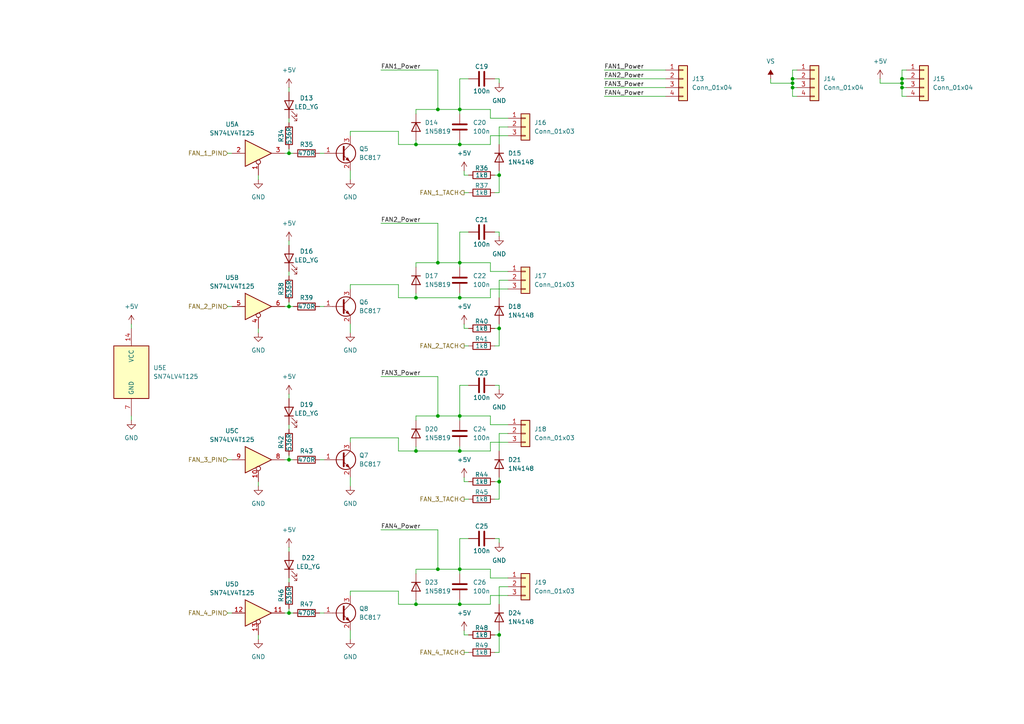
<source format=kicad_sch>
(kicad_sch (version 20250114) (generator "eeschema") (generator_version "9.0")
  (paper "A4")
  (title_block (title "Scorpion max V1") (rev "V1"))
  (lib_symbols
    (symbol "74xx:SN74LV4T125" (pin_names (offset 1.016))
      (property "Reference" "U" (at 0 1.27 0))
      (property "Value" "SN74LV4T125" (at 0 -1.27 0))
      (symbol "SN74LV4T125_1_0"
        (polyline (pts (xy -3.81 3.81) (xy -3.81 -3.81) (xy 3.81 0) (xy -3.81 3.81)) (stroke (width 0.254)) (fill (type background)))
        (pin input line (at -7.62 0 0) (length 3.81) (name "~") (number "2"))
        (pin input inverted (at 0 -6.35 90) (length 4.445) (name "~") (number "1"))
        (pin tri_state line (at 7.62 0 180) (length 3.81) (name "~") (number "3"))
      )
      (symbol "SN74LV4T125_2_0"
        (polyline (pts (xy -3.81 3.81) (xy -3.81 -3.81) (xy 3.81 0) (xy -3.81 3.81)) (stroke (width 0.254)) (fill (type background)))
        (pin input line (at -7.62 0 0) (length 3.81) (name "~") (number "5"))
        (pin input inverted (at 0 -6.35 90) (length 4.445) (name "~") (number "4"))
        (pin tri_state line (at 7.62 0 180) (length 3.81) (name "~") (number "6"))
      )
      (symbol "SN74LV4T125_3_0"
        (polyline (pts (xy -3.81 3.81) (xy -3.81 -3.81) (xy 3.81 0) (xy -3.81 3.81)) (stroke (width 0.254)) (fill (type background)))
        (pin input line (at -7.62 0 0) (length 3.81) (name "~") (number "9"))
        (pin input inverted (at 0 -6.35 90) (length 4.445) (name "~") (number "10"))
        (pin tri_state line (at 7.62 0 180) (length 3.81) (name "~") (number "8"))
      )
      (symbol "SN74LV4T125_4_0"
        (polyline (pts (xy -3.81 3.81) (xy -3.81 -3.81) (xy 3.81 0) (xy -3.81 3.81)) (stroke (width 0.254)) (fill (type background)))
        (pin input line (at -7.62 0 0) (length 3.81) (name "~") (number "12"))
        (pin input inverted (at 0 -6.35 90) (length 4.445) (name "~") (number "13"))
        (pin tri_state line (at 7.62 0 180) (length 3.81) (name "~") (number "11"))
      )
      (symbol "SN74LV4T125_5_0"
        (pin power_in line (at 0 12.7 270) (length 5.08) (name "VCC") (number "14"))
        (pin power_in line (at 0 -12.7 90) (length 5.08) (name "GND") (number "7"))
      )
      (symbol "SN74LV4T125_5_1"
        (rectangle (start -5.08 7.62) (end 5.08 -7.62) (stroke (width 0.254)) (fill (type background)))
      )
    )
    (symbol "Connector_Generic:Conn_01x03" (pin_names (offset 1.016) (hide yes))
      (property "Reference" "J" (at 0 5.08 0))
      (property "Value" "Conn_01x03" (at 0 -5.08 0))
      (symbol "Conn_01x03_1_1"
        (rectangle (start -1.27 3.81) (end 1.27 -3.81) (stroke (width 0.254)) (fill (type background)))
        (rectangle (start -1.27 2.667) (end 0 2.413) (stroke (width 0.1524)))
        (rectangle (start -1.27 0.127) (end 0 -0.127) (stroke (width 0.1524)))
        (rectangle (start -1.27 -2.413) (end 0 -2.667) (stroke (width 0.1524)))
        (pin passive line (at -5.08 2.54 0) (length 3.81) (name "Pin_1") (number "1"))
        (pin passive line (at -5.08 0 0) (length 3.81) (name "Pin_2") (number "2"))
        (pin passive line (at -5.08 -2.54 0) (length 3.81) (name "Pin_3") (number "3"))
      )
    )
    (symbol "Connector_Generic:Conn_01x04" (pin_names (offset 1.016) (hide yes))
      (property "Reference" "J" (at 0 5.08 0))
      (property "Value" "Conn_01x04" (at 0 -7.62 0))
      (symbol "Conn_01x04_1_1"
        (rectangle (start -1.27 3.81) (end 1.27 -6.35) (stroke (width 0.254)) (fill (type background)))
        (rectangle (start -1.27 2.667) (end 0 2.413) (stroke (width 0.1524)))
        (rectangle (start -1.27 0.127) (end 0 -0.127) (stroke (width 0.1524)))
        (rectangle (start -1.27 -2.413) (end 0 -2.667) (stroke (width 0.1524)))
        (rectangle (start -1.27 -4.953) (end 0 -5.207) (stroke (width 0.1524)))
        (pin passive line (at -5.08 2.54 0) (length 3.81) (name "Pin_1") (number "1"))
        (pin passive line (at -5.08 0 0) (length 3.81) (name "Pin_2") (number "2"))
        (pin passive line (at -5.08 -2.54 0) (length 3.81) (name "Pin_3") (number "3"))
        (pin passive line (at -5.08 -5.08 0) (length 3.81) (name "Pin_4") (number "4"))
      )
    )
    (symbol "Device:C" (pin_numbers (hide yes)) (pin_names (offset 0.254))
      (property "Reference" "C" (at 0.635 2.54 0))
      (property "Value" "C" (at 0.635 -2.54 0))
      (symbol "C_0_1"
        (polyline (pts (xy -2.032 0.762) (xy 2.032 0.762)) (stroke (width 0.508)))
        (polyline (pts (xy -2.032 -0.762) (xy 2.032 -0.762)) (stroke (width 0.508)))
      )
      (symbol "C_1_1"
        (pin passive line (at 0 3.81 270) (length 2.794) (name "~") (number "1"))
        (pin passive line (at 0 -3.81 90) (length 2.794) (name "~") (number "2"))
      )
    )
    (symbol "Device:D" (pin_numbers (hide yes)) (pin_names (offset 1.016) (hide yes))
      (property "Reference" "D" (at 0 2.54 0))
      (property "Value" "D" (at 0 -2.54 0))
      (symbol "D_0_1"
        (polyline (pts (xy -1.27 1.27) (xy -1.27 -1.27)) (stroke (width 0.254)))
        (polyline (pts (xy 1.27 1.27) (xy 1.27 -1.27) (xy -1.27 0) (xy 1.27 1.27)) (stroke (width 0.254)))
        (polyline (pts (xy 1.27 0) (xy -1.27 0)))
      )
      (symbol "D_1_1"
        (pin passive line (at -3.81 0 0) (length 2.54) (name "K") (number "1"))
        (pin passive line (at 3.81 0 180) (length 2.54) (name "A") (number "2"))
      )
    )
    (symbol "Device:LED" (pin_numbers (hide yes)) (pin_names (offset 1.016) (hide yes))
      (property "Reference" "D" (at 0 2.54 0))
      (property "Value" "LED" (at 0 -2.54 0))
      (symbol "LED_0_1"
        (polyline (pts (xy -3.048 -0.762) (xy -4.572 -2.286) (xy -3.81 -2.286) (xy -4.572 -2.286) (xy -4.572 -1.524)))
        (polyline (pts (xy -1.778 -0.762) (xy -3.302 -2.286) (xy -2.54 -2.286) (xy -3.302 -2.286) (xy -3.302 -1.524)))
        (polyline (pts (xy -1.27 0) (xy 1.27 0)))
        (polyline (pts (xy -1.27 -1.27) (xy -1.27 1.27)) (stroke (width 0.254)))
        (polyline (pts (xy 1.27 -1.27) (xy 1.27 1.27) (xy -1.27 0) (xy 1.27 -1.27)) (stroke (width 0.254)))
      )
      (symbol "LED_1_1"
        (pin passive line (at -3.81 0 0) (length 2.54) (name "K") (number "1"))
        (pin passive line (at 3.81 0 180) (length 2.54) (name "A") (number "2"))
      )
    )
    (symbol "Device:R" (pin_numbers (hide yes)) (pin_names (offset 0))
      (property "Reference" "R" (at 2.032 0 90))
      (property "Value" "R" (at 0 0 90))
      (symbol "R_0_1"
        (rectangle (start -1.016 -2.54) (end 1.016 2.54) (stroke (width 0.254)))
      )
      (symbol "R_1_1"
        (pin passive line (at 0 3.81 270) (length 1.27) (name "~") (number "1"))
        (pin passive line (at 0 -3.81 90) (length 1.27) (name "~") (number "2"))
      )
    )
    (symbol "Transistor_BJT:BC817" (pin_names (offset 0) (hide yes))
      (property "Reference" "Q" (at 5.08 1.905 0))
      (property "Value" "BC817" (at 5.08 0 0))
      (symbol "BC817_0_1"
        (polyline (pts (xy -2.54 0) (xy 0.635 0)))
        (polyline (pts (xy 0.635 1.905) (xy 0.635 -1.905)) (stroke (width 0.508)))
        (circle (center 1.27 0) (radius 2.8194) (stroke (width 0.254)))
      )
      (symbol "BC817_1_1"
        (polyline (pts (xy 0.635 0.635) (xy 2.54 2.54)))
        (polyline (pts (xy 0.635 -0.635) (xy 2.54 -2.54)))
        (polyline (pts (xy 1.27 -1.778) (xy 1.778 -1.27) (xy 2.286 -2.286) (xy 1.27 -1.778)) (fill (type outline)))
        (pin input line (at -5.08 0 0) (length 2.54) (name "B") (number "1"))
        (pin passive line (at 2.54 5.08 270) (length 2.54) (name "C") (number "3"))
        (pin passive line (at 2.54 -5.08 90) (length 2.54) (name "E") (number "2"))
      )
    )
    (symbol "power:+5V" (power) (pin_numbers (hide yes)) (pin_names (offset 0) (hide yes))
      (property "Value" "+5V" (at 0 3.556 0))
      (symbol "+5V_0_1"
        (polyline (pts (xy -0.762 1.27) (xy 0 2.54)))
        (polyline (pts (xy 0 2.54) (xy 0.762 1.27)))
        (polyline (pts (xy 0 0) (xy 0 2.54)))
      )
      (symbol "+5V_1_1"
        (pin power_in line (at 0 0 90) (length 0) (name "~") (number "1"))
      )
    )
    (symbol "power:GND" (power) (pin_numbers (hide yes)) (pin_names (offset 0) (hide yes))
      (property "Value" "GND" (at 0 -3.81 0))
      (symbol "GND_0_1"
        (polyline (pts (xy 0 0) (xy 0 -1.27) (xy 1.27 -1.27) (xy 0 -2.54) (xy -1.27 -1.27) (xy 0 -1.27)))
      )
      (symbol "GND_1_1"
        (pin power_in line (at 0 0 270) (length 0) (name "~") (number "1"))
      )
    )
    (symbol "power:VS" (power) (pin_numbers (hide yes)) (pin_names (offset 0) (hide yes))
      (property "Value" "VS" (at 0 3.556 0))
      (symbol "VS_0_1"
        (polyline (pts (xy 0 0) (xy 0 2.54)))
        (polyline (pts (xy 0.762 1.27) (xy -0.762 1.27) (xy 0 2.54) (xy 0.762 1.27)) (fill (type outline)))
      )
      (symbol "VS_1_1"
        (pin power_in line (at 0 0 90) (length 0) (name "~") (number "1"))
      )
    )
  )
  (junction (at 144.78 139.7))
  (junction (at 127 165.1))
  (junction (at 144.78 95.25))
  (junction (at 133.35 76.2))
  (junction (at 133.35 130.81))
  (junction (at 144.78 50.8))
  (junction (at 120.65 86.36))
  (junction (at 127 76.2))
  (junction (at 83.82 133.35))
  (junction (at 120.65 175.26))
  (junction (at 229.87 25.4))
  (junction (at 127 31.75))
  (junction (at 120.65 130.81))
  (junction (at 83.82 177.8))
  (junction (at 83.82 88.9))
  (junction (at 229.87 24.13))
  (junction (at 133.35 41.91))
  (junction (at 133.35 31.75))
  (junction (at 133.35 165.1))
  (junction (at 133.35 86.36))
  (junction (at 120.65 41.91))
  (junction (at 261.62 25.4))
  (junction (at 261.62 24.13))
  (junction (at 83.82 44.45))
  (junction (at 144.78 184.15))
  (junction (at 127 120.65))
  (junction (at 261.62 22.86))
  (junction (at 229.87 22.86))
  (junction (at 133.35 120.65))
  (junction (at 133.35 175.26))
  (wire (pts (xy 144.78 111.76) (xy 144.78 113.03)))
  (wire (pts (xy 133.35 130.81) (xy 142.24 130.81)))
  (wire (pts (xy 83.82 43.18) (xy 83.82 44.45)))
  (wire (pts (xy 143.51 50.8) (xy 144.78 50.8)))
  (wire (pts (xy 142.24 39.37) (xy 147.32 39.37)))
  (wire (pts (xy 127 20.32) (xy 127 31.75)))
  (wire (pts (xy 74.93 140.97) (xy 74.93 139.7)))
  (wire (pts (xy 66.04 44.45) (xy 67.31 44.45)))
  (wire (pts (xy 142.24 34.29) (xy 147.32 34.29)))
  (wire (pts (xy 142.24 175.26) (xy 142.24 172.72)))
  (wire (pts (xy 127 120.65) (xy 133.35 120.65)))
  (wire (pts (xy 134.62 50.8) (xy 135.89 50.8)))
  (wire (pts (xy 144.78 81.28) (xy 147.32 81.28)))
  (wire (pts (xy 120.65 175.26) (xy 133.35 175.26)))
  (wire (pts (xy 83.82 34.29) (xy 83.82 35.56)))
  (wire (pts (xy 115.57 130.81) (xy 120.65 130.81)))
  (wire (pts (xy 82.55 133.35) (xy 83.82 133.35)))
  (wire (pts (xy 134.62 138.43) (xy 134.62 139.7)))
  (wire (pts (xy 261.62 25.4) (xy 262.89 25.4)))
  (wire (pts (xy 144.78 36.83) (xy 147.32 36.83)))
  (wire (pts (xy 144.78 170.18) (xy 147.32 170.18)))
  (wire (pts (xy 229.87 22.86) (xy 231.14 22.86)))
  (wire (pts (xy 144.78 130.81) (xy 144.78 125.73)))
  (wire (pts (xy 143.51 22.86) (xy 144.78 22.86)))
  (wire (pts (xy 83.82 114.3) (xy 83.82 115.57)))
  (wire (pts (xy 223.52 24.13) (xy 223.52 22.86)))
  (wire (pts (xy 66.04 133.35) (xy 67.31 133.35)))
  (wire (pts (xy 115.57 82.55) (xy 115.57 86.36)))
  (wire (pts (xy 144.78 125.73) (xy 147.32 125.73)))
  (wire (pts (xy 133.35 120.65) (xy 142.24 120.65)))
  (wire (pts (xy 115.57 41.91) (xy 120.65 41.91)))
  (wire (pts (xy 261.62 25.4) (xy 261.62 27.94)))
  (wire (pts (xy 110.49 64.77) (xy 127 64.77)))
  (wire (pts (xy 82.55 177.8) (xy 83.82 177.8)))
  (wire (pts (xy 133.35 41.91) (xy 133.35 40.64)))
  (wire (pts (xy 74.93 96.52) (xy 74.93 95.25)))
  (wire (pts (xy 83.82 176.53) (xy 83.82 177.8)))
  (wire (pts (xy 83.82 177.8) (xy 85.09 177.8)))
  (wire (pts (xy 144.78 95.25) (xy 144.78 93.98)))
  (wire (pts (xy 133.35 156.21) (xy 133.35 165.1)))
  (wire (pts (xy 133.35 111.76) (xy 133.35 120.65)))
  (wire (pts (xy 38.1 121.92) (xy 38.1 120.65)))
  (wire (pts (xy 229.87 25.4) (xy 229.87 24.13)))
  (wire (pts (xy 120.65 120.65) (xy 127 120.65)))
  (wire (pts (xy 143.51 100.33) (xy 144.78 100.33)))
  (wire (pts (xy 83.82 133.35) (xy 85.09 133.35)))
  (wire (pts (xy 134.62 189.23) (xy 135.89 189.23)))
  (wire (pts (xy 133.35 165.1) (xy 142.24 165.1)))
  (wire (pts (xy 143.51 67.31) (xy 144.78 67.31)))
  (wire (pts (xy 120.65 86.36) (xy 120.65 85.09)))
  (wire (pts (xy 133.35 175.26) (xy 133.35 173.99)))
  (wire (pts (xy 144.78 184.15) (xy 144.78 182.88)))
  (wire (pts (xy 142.24 78.74) (xy 147.32 78.74)))
  (wire (pts (xy 133.35 31.75) (xy 142.24 31.75)))
  (wire (pts (xy 101.6 128.27) (xy 101.6 127)))
  (wire (pts (xy 261.62 22.86) (xy 262.89 22.86)))
  (wire (pts (xy 175.26 22.86) (xy 193.04 22.86)))
  (wire (pts (xy 82.55 88.9) (xy 83.82 88.9)))
  (wire (pts (xy 101.6 172.72) (xy 101.6 171.45)))
  (wire (pts (xy 133.35 22.86) (xy 133.35 31.75)))
  (wire (pts (xy 101.6 171.45) (xy 115.57 171.45)))
  (wire (pts (xy 142.24 128.27) (xy 147.32 128.27)))
  (wire (pts (xy 83.82 87.63) (xy 83.82 88.9)))
  (wire (pts (xy 127 165.1) (xy 133.35 165.1)))
  (wire (pts (xy 83.82 88.9) (xy 85.09 88.9)))
  (wire (pts (xy 144.78 175.26) (xy 144.78 170.18)))
  (wire (pts (xy 135.89 156.21) (xy 133.35 156.21)))
  (wire (pts (xy 120.65 31.75) (xy 120.65 33.02)))
  (wire (pts (xy 115.57 127) (xy 115.57 130.81)))
  (wire (pts (xy 83.82 69.85) (xy 83.82 71.12)))
  (wire (pts (xy 144.78 50.8) (xy 144.78 49.53)))
  (wire (pts (xy 110.49 20.32) (xy 127 20.32)))
  (wire (pts (xy 135.89 111.76) (xy 133.35 111.76)))
  (wire (pts (xy 83.82 44.45) (xy 85.09 44.45)))
  (wire (pts (xy 144.78 100.33) (xy 144.78 95.25)))
  (wire (pts (xy 135.89 22.86) (xy 133.35 22.86)))
  (wire (pts (xy 133.35 41.91) (xy 142.24 41.91)))
  (wire (pts (xy 144.78 139.7) (xy 144.78 138.43)))
  (wire (pts (xy 120.65 130.81) (xy 133.35 130.81)))
  (wire (pts (xy 134.62 184.15) (xy 135.89 184.15)))
  (wire (pts (xy 144.78 55.88) (xy 144.78 50.8)))
  (wire (pts (xy 229.87 24.13) (xy 229.87 22.86)))
  (wire (pts (xy 142.24 123.19) (xy 147.32 123.19)))
  (wire (pts (xy 127 31.75) (xy 133.35 31.75)))
  (wire (pts (xy 144.78 86.36) (xy 144.78 81.28)))
  (wire (pts (xy 229.87 24.13) (xy 223.52 24.13)))
  (wire (pts (xy 120.65 31.75) (xy 127 31.75)))
  (wire (pts (xy 144.78 189.23) (xy 144.78 184.15)))
  (wire (pts (xy 115.57 175.26) (xy 120.65 175.26)))
  (wire (pts (xy 101.6 38.1) (xy 115.57 38.1)))
  (wire (pts (xy 101.6 127) (xy 115.57 127)))
  (wire (pts (xy 175.26 27.94) (xy 193.04 27.94)))
  (wire (pts (xy 134.62 100.33) (xy 135.89 100.33)))
  (wire (pts (xy 143.51 184.15) (xy 144.78 184.15)))
  (wire (pts (xy 143.51 189.23) (xy 144.78 189.23)))
  (wire (pts (xy 115.57 86.36) (xy 120.65 86.36)))
  (wire (pts (xy 133.35 31.75) (xy 133.35 33.02)))
  (wire (pts (xy 83.82 167.64) (xy 83.82 168.91)))
  (wire (pts (xy 133.35 86.36) (xy 142.24 86.36)))
  (wire (pts (xy 120.65 130.81) (xy 120.65 129.54)))
  (wire (pts (xy 83.82 78.74) (xy 83.82 80.01)))
  (wire (pts (xy 142.24 165.1) (xy 142.24 167.64)))
  (wire (pts (xy 142.24 130.81) (xy 142.24 128.27)))
  (wire (pts (xy 134.62 93.98) (xy 134.62 95.25)))
  (wire (pts (xy 261.62 20.32) (xy 262.89 20.32)))
  (wire (pts (xy 120.65 76.2) (xy 120.65 77.47)))
  (wire (pts (xy 133.35 130.81) (xy 133.35 129.54)))
  (wire (pts (xy 229.87 22.86) (xy 229.87 20.32)))
  (wire (pts (xy 133.35 175.26) (xy 142.24 175.26)))
  (wire (pts (xy 74.93 52.07) (xy 74.93 50.8)))
  (wire (pts (xy 231.14 27.94) (xy 229.87 27.94)))
  (wire (pts (xy 133.35 76.2) (xy 133.35 77.47)))
  (wire (pts (xy 144.78 22.86) (xy 144.78 24.13)))
  (wire (pts (xy 142.24 172.72) (xy 147.32 172.72)))
  (wire (pts (xy 120.65 41.91) (xy 133.35 41.91)))
  (wire (pts (xy 142.24 83.82) (xy 147.32 83.82)))
  (wire (pts (xy 144.78 41.91) (xy 144.78 36.83)))
  (wire (pts (xy 133.35 86.36) (xy 133.35 85.09)))
  (wire (pts (xy 143.51 95.25) (xy 144.78 95.25)))
  (wire (pts (xy 143.51 144.78) (xy 144.78 144.78)))
  (wire (pts (xy 83.82 132.08) (xy 83.82 133.35)))
  (wire (pts (xy 229.87 25.4) (xy 231.14 25.4)))
  (wire (pts (xy 92.71 44.45) (xy 93.98 44.45)))
  (wire (pts (xy 92.71 88.9) (xy 93.98 88.9)))
  (wire (pts (xy 115.57 38.1) (xy 115.57 41.91)))
  (wire (pts (xy 101.6 182.88) (xy 101.6 185.42)))
  (wire (pts (xy 255.27 24.13) (xy 255.27 22.86)))
  (wire (pts (xy 261.62 25.4) (xy 261.62 24.13)))
  (wire (pts (xy 133.35 120.65) (xy 133.35 121.92)))
  (wire (pts (xy 134.62 49.53) (xy 134.62 50.8)))
  (wire (pts (xy 120.65 76.2) (xy 127 76.2)))
  (wire (pts (xy 110.49 153.67) (xy 127 153.67)))
  (wire (pts (xy 133.35 67.31) (xy 133.35 76.2)))
  (wire (pts (xy 142.24 41.91) (xy 142.24 39.37)))
  (wire (pts (xy 82.55 44.45) (xy 83.82 44.45)))
  (wire (pts (xy 101.6 82.55) (xy 115.57 82.55)))
  (wire (pts (xy 66.04 177.8) (xy 67.31 177.8)))
  (wire (pts (xy 142.24 120.65) (xy 142.24 123.19)))
  (wire (pts (xy 142.24 76.2) (xy 142.24 78.74)))
  (wire (pts (xy 83.82 25.4) (xy 83.82 26.67)))
  (wire (pts (xy 101.6 39.37) (xy 101.6 38.1)))
  (wire (pts (xy 143.51 111.76) (xy 144.78 111.76)))
  (wire (pts (xy 134.62 144.78) (xy 135.89 144.78)))
  (wire (pts (xy 144.78 67.31) (xy 144.78 68.58)))
  (wire (pts (xy 261.62 22.86) (xy 261.62 20.32)))
  (wire (pts (xy 120.65 165.1) (xy 127 165.1)))
  (wire (pts (xy 261.62 24.13) (xy 261.62 22.86)))
  (wire (pts (xy 143.51 156.21) (xy 144.78 156.21)))
  (wire (pts (xy 134.62 55.88) (xy 135.89 55.88)))
  (wire (pts (xy 143.51 55.88) (xy 144.78 55.88)))
  (wire (pts (xy 229.87 20.32) (xy 231.14 20.32)))
  (wire (pts (xy 261.62 24.13) (xy 255.27 24.13)))
  (wire (pts (xy 127 76.2) (xy 133.35 76.2)))
  (wire (pts (xy 101.6 93.98) (xy 101.6 96.52)))
  (wire (pts (xy 83.82 158.75) (xy 83.82 160.02)))
  (wire (pts (xy 92.71 133.35) (xy 93.98 133.35)))
  (wire (pts (xy 101.6 49.53) (xy 101.6 52.07)))
  (wire (pts (xy 120.65 41.91) (xy 120.65 40.64)))
  (wire (pts (xy 142.24 167.64) (xy 147.32 167.64)))
  (wire (pts (xy 142.24 86.36) (xy 142.24 83.82)))
  (wire (pts (xy 120.65 120.65) (xy 120.65 121.92)))
  (wire (pts (xy 127 109.22) (xy 127 120.65)))
  (wire (pts (xy 144.78 156.21) (xy 144.78 157.48)))
  (wire (pts (xy 115.57 171.45) (xy 115.57 175.26)))
  (wire (pts (xy 144.78 144.78) (xy 144.78 139.7)))
  (wire (pts (xy 101.6 83.82) (xy 101.6 82.55)))
  (wire (pts (xy 127 153.67) (xy 127 165.1)))
  (wire (pts (xy 133.35 165.1) (xy 133.35 166.37)))
  (wire (pts (xy 120.65 165.1) (xy 120.65 166.37)))
  (wire (pts (xy 229.87 25.4) (xy 229.87 27.94)))
  (wire (pts (xy 120.65 175.26) (xy 120.65 173.99)))
  (wire (pts (xy 110.49 109.22) (xy 127 109.22)))
  (wire (pts (xy 38.1 93.98) (xy 38.1 95.25)))
  (wire (pts (xy 134.62 182.88) (xy 134.62 184.15)))
  (wire (pts (xy 101.6 138.43) (xy 101.6 140.97)))
  (wire (pts (xy 74.93 185.42) (xy 74.93 184.15)))
  (wire (pts (xy 175.26 25.4) (xy 193.04 25.4)))
  (wire (pts (xy 92.71 177.8) (xy 93.98 177.8)))
  (wire (pts (xy 120.65 86.36) (xy 133.35 86.36)))
  (wire (pts (xy 134.62 139.7) (xy 135.89 139.7)))
  (wire (pts (xy 127 64.77) (xy 127 76.2)))
  (wire (pts (xy 133.35 76.2) (xy 142.24 76.2)))
  (wire (pts (xy 142.24 31.75) (xy 142.24 34.29)))
  (wire (pts (xy 262.89 27.94) (xy 261.62 27.94)))
  (wire (pts (xy 134.62 95.25) (xy 135.89 95.25)))
  (wire (pts (xy 135.89 67.31) (xy 133.35 67.31)))
  (wire (pts (xy 66.04 88.9) (xy 67.31 88.9)))
  (wire (pts (xy 83.82 123.19) (xy 83.82 124.46)))
  (wire (pts (xy 175.26 20.32) (xy 193.04 20.32)))
  (wire (pts (xy 143.51 139.7) (xy 144.78 139.7)))
  (label "FAN3_Power" (at 110.49 109.22 0))
  (label "FAN2_Power" (at 175.26 22.86 0))
  (label "FAN3_Power" (at 175.26 25.4 0))
  (label "FAN4_Power" (at 110.49 153.67 0))
  (label "FAN1_Power" (at 110.49 20.32 0))
  (label "FAN2_Power" (at 110.49 64.77 0))
  (label "FAN4_Power" (at 175.26 27.94 0))
  (label "FAN1_Power" (at 175.26 20.32 0))
  (hierarchical_label "FAN_2_PIN" (shape input) (at 66.04 88.9 180))
  (hierarchical_label "FAN_1_TACH" (shape output) (at 134.62 55.88 180))
  (hierarchical_label "FAN_4_TACH" (shape output) (at 134.62 189.23 180))
  (hierarchical_label "FAN_3_TACH" (shape output) (at 134.62 144.78 180))
  (hierarchical_label "FAN_1_PIN" (shape input) (at 66.04 44.45 180))
  (hierarchical_label "FAN_4_PIN" (shape input) (at 66.04 177.8 180))
  (hierarchical_label "FAN_2_TACH" (shape output) (at 134.62 100.33 180))
  (hierarchical_label "FAN_3_PIN" (shape input) (at 66.04 133.35 180))
  (symbol (lib_id "Device:D") (at 144.78 45.72 270) (unit 1)
    (property "Reference" "D15" (at 147.32 44.4499 90) (effects (justify left)))
    (property "Value" "1N4148" (at 147.32 46.9899 90) (effects (justify left)))
    (property "Footprint" "Diode_SMD:D_SOD-523" (effects (hide yes)))
    (property "Description" "Diode" (effects (hide yes)))
    (property "Sim.Device" "D" (effects (hide yes)))
    (property "Sim.Pins" "1=K 2=A" (effects (hide yes)))
  )
  (symbol (lib_id "Device:R") (at 139.7 139.7 90) (unit 1)
    (property "Reference" "R44" (at 139.7 137.668 90))
    (property "Value" "1k8" (at 139.7 139.7 90))
    (property "Footprint" "Resistor_SMD:R_0603_1608Metric" (effects (hide yes)))
    (property "Description" "Resistor" (effects (hide yes)))
  )
  (symbol (lib_id "Connector_Generic:Conn_01x03") (at 152.4 36.83 0) (unit 1)
    (property "Reference" "J16" (at 154.94 35.5599 0) (effects (justify left)))
    (property "Value" "Conn_01x03" (at 154.94 38.0999 0) (effects (justify left)))
    (property "Footprint" "Connector_JST:JST_XH_B3B-XH-A_1x03_P2.50mm_Vertical" (effects (hide yes)))
    (property "Description" "Generic connector, single row, 01x03, script generated (kicad-library-utils/schlib/autogen/connector/)" (effects (hide yes)))
  )
  (symbol (lib_id "Device:D") (at 120.65 36.83 270) (unit 1)
    (property "Reference" "D14" (at 123.19 35.5599 90) (effects (justify left)))
    (property "Value" "1N5819" (at 123.19 38.0999 90) (effects (justify left)))
    (property "Footprint" "Diode_SMD:D_SOD-323" (effects (hide yes)))
    (property "Description" "Diode" (effects (hide yes)))
    (property "Sim.Device" "D" (effects (hide yes)))
    (property "Sim.Pins" "1=K 2=A" (effects (hide yes)))
  )
  (symbol (lib_id "Connector_Generic:Conn_01x03") (at 152.4 81.28 0) (unit 1)
    (property "Reference" "J17" (at 154.94 80.0099 0) (effects (justify left)))
    (property "Value" "Conn_01x03" (at 154.94 82.5499 0) (effects (justify left)))
    (property "Footprint" "Connector_JST:JST_XH_B3B-XH-A_1x03_P2.50mm_Vertical" (effects (hide yes)))
    (property "Description" "Generic connector, single row, 01x03, script generated (kicad-library-utils/schlib/autogen/connector/)" (effects (hide yes)))
  )
  (symbol (lib_id "power:+5V") (at 134.62 182.88 0) (unit 1)
    (property "Reference" "#PWR090" (effects (hide yes)))
    (property "Value" "+5V" (at 134.62 177.8 0))
    (property "Description" "Power symbol creates a global label with name \"+5V\"" (effects (hide yes)))
  )
  (symbol (lib_id "Device:D") (at 120.65 125.73 270) (unit 1)
    (property "Reference" "D20" (at 123.19 124.4599 90) (effects (justify left)))
    (property "Value" "1N5819" (at 123.19 126.9999 90) (effects (justify left)))
    (property "Footprint" "Diode_SMD:D_SOD-323" (effects (hide yes)))
    (property "Description" "Diode" (effects (hide yes)))
    (property "Sim.Device" "D" (effects (hide yes)))
    (property "Sim.Pins" "1=K 2=A" (effects (hide yes)))
  )
  (symbol (lib_id "power:+5V") (at 38.1 93.98 0) (unit 1)
    (property "Reference" "#PWR078" (effects (hide yes)))
    (property "Value" "+5V" (at 38.1 88.9 0))
    (property "Description" "Power symbol creates a global label with name \"+5V\"" (effects (hide yes)))
  )
  (symbol (lib_id "74xx:SN74LV4T125") (at 38.1 107.95 0) (unit 5)
    (property "Reference" "U5" (at 44.45 106.6799 0) (effects (justify left)))
    (property "Value" "SN74LV4T125" (at 44.45 109.2199 0) (effects (justify left)))
    (property "Footprint" "Package_SO:TSSOP-14_4.4x5mm_P0.65mm" (effects (hide yes)))
    (property "Datasheet" "https://www.ti.com/lit/ds/symlink/sn74lv4t125.pdf" (effects (hide yes)))
    (property "Description" "Single Supply Logic Level Translator Quad Buffer with 3-State Outputs" (effects (hide yes)))
  )
  (symbol (lib_id "Device:C") (at 133.35 125.73 0) (unit 1)
    (property "Reference" "C24" (at 137.16 124.4599 0) (effects (justify left)))
    (property "Value" "100n" (at 137.16 126.9999 0) (effects (justify left)))
    (property "Footprint" "Capacitor_SMD:C_0603_1608Metric" (effects (hide yes)))
    (property "Description" "Unpolarized capacitor" (effects (hide yes)))
  )
  (symbol (lib_id "Device:LED") (at 83.82 119.38 90) (unit 1)
    (property "Reference" "D19" (at 88.9 117.348 90))
    (property "Value" "LED_YG" (at 88.9 119.888 90))
    (property "Footprint" "LED_SMD:LED_0603_1608Metric" (effects (hide yes)))
    (property "Description" "Light emitting diode" (effects (hide yes)))
    (property "Sim.Pins" "1=K 2=A" (effects (hide yes)))
  )
  (symbol (lib_id "Device:C") (at 133.35 81.28 0) (unit 1)
    (property "Reference" "C22" (at 137.16 80.0099 0) (effects (justify left)))
    (property "Value" "100n" (at 137.16 82.5499 0) (effects (justify left)))
    (property "Footprint" "Capacitor_SMD:C_0603_1608Metric" (effects (hide yes)))
    (property "Description" "Unpolarized capacitor" (effects (hide yes)))
  )
  (symbol (lib_id "Device:D") (at 144.78 179.07 270) (unit 1)
    (property "Reference" "D24" (at 147.32 177.7999 90) (effects (justify left)))
    (property "Value" "1N4148" (at 147.32 180.3399 90) (effects (justify left)))
    (property "Footprint" "Diode_SMD:D_SOD-523" (effects (hide yes)))
    (property "Description" "Diode" (effects (hide yes)))
    (property "Sim.Device" "D" (effects (hide yes)))
    (property "Sim.Pins" "1=K 2=A" (effects (hide yes)))
  )
  (symbol (lib_id "power:GND") (at 144.78 157.48 0) (unit 1)
    (property "Reference" "#PWR088" (effects (hide yes)))
    (property "Value" "GND" (at 144.78 162.56 0))
    (property "Description" "Power symbol creates a global label with name \"GND\" , ground" (effects (hide yes)))
  )
  (symbol (lib_id "Device:D") (at 120.65 81.28 270) (unit 1)
    (property "Reference" "D17" (at 123.19 80.0099 90) (effects (justify left)))
    (property "Value" "1N5819" (at 123.19 82.5499 90) (effects (justify left)))
    (property "Footprint" "Diode_SMD:D_SOD-323" (effects (hide yes)))
    (property "Description" "Diode" (effects (hide yes)))
    (property "Sim.Device" "D" (effects (hide yes)))
    (property "Sim.Pins" "1=K 2=A" (effects (hide yes)))
  )
  (symbol (lib_id "Transistor_BJT:BC817") (at 99.06 177.8 0) (unit 1)
    (property "Reference" "Q8" (at 104.14 176.5299 0) (effects (justify left)))
    (property "Value" "BC817" (at 104.14 179.0699 0) (effects (justify left)))
    (property "Footprint" "Package_TO_SOT_SMD:SOT-23" (effects (hide yes)))
    (property "Datasheet" "https://www.onsemi.com/pub/Collateral/BC818-D.pdf" (effects (hide yes)))
    (property "Description" "0.8A Ic, 45V Vce, NPN Transistor, SOT-23" (effects (hide yes)))
  )
  (symbol (lib_id "power:+5V") (at 255.27 22.86 0) (unit 1)
    (property "Reference" "#PWR070" (effects (hide yes)))
    (property "Value" "+5V" (at 255.27 17.78 0))
    (property "Description" "Power symbol creates a global label with name \"+5V\"" (effects (hide yes)))
  )
  (symbol (lib_id "Device:R") (at 83.82 128.27 180) (unit 1)
    (property "Reference" "R42" (at 81.534 128.27 90))
    (property "Value" "536R" (at 83.82 128.27 90))
    (property "Footprint" "Resistor_SMD:R_0603_1608Metric" (effects (hide yes)))
    (property "Description" "Resistor" (effects (hide yes)))
  )
  (symbol (lib_id "Connector_Generic:Conn_01x04") (at 198.12 22.86 0) (unit 1)
    (property "Reference" "J13" (at 200.66 22.8599 0) (effects (justify left)))
    (property "Value" "Conn_01x04" (at 200.66 25.3999 0) (effects (justify left)))
    (property "Footprint" "Connector_PinSocket_2.54mm:PinSocket_1x04_P2.54mm_Vertical" (effects (hide yes)))
    (property "Description" "Generic connector, single row, 01x04, script generated (kicad-library-utils/schlib/autogen/connector/)" (effects (hide yes)))
  )
  (symbol (lib_id "74xx:SN74LV4T125") (at 74.93 44.45 0) (unit 1)
    (property "Reference" "U5" (at 67.31 36.068 0))
    (property "Value" "SN74LV4T125" (at 67.31 38.608 0))
    (property "Footprint" "Package_SO:TSSOP-14_4.4x5mm_P0.65mm" (effects (hide yes)))
    (property "Datasheet" "https://www.ti.com/lit/ds/symlink/sn74lv4t125.pdf" (effects (hide yes)))
    (property "Description" "Single Supply Logic Level Translator Quad Buffer with 3-State Outputs" (effects (hide yes)))
  )
  (symbol (lib_id "Device:R") (at 139.7 184.15 90) (unit 1)
    (property "Reference" "R48" (at 139.7 182.118 90))
    (property "Value" "1k8" (at 139.7 184.15 90))
    (property "Footprint" "Resistor_SMD:R_0603_1608Metric" (effects (hide yes)))
    (property "Description" "Resistor" (effects (hide yes)))
  )
  (symbol (lib_id "74xx:SN74LV4T125") (at 74.93 133.35 0) (unit 3)
    (property "Reference" "U5" (at 67.31 124.968 0))
    (property "Value" "SN74LV4T125" (at 67.31 127.508 0))
    (property "Footprint" "Package_SO:TSSOP-14_4.4x5mm_P0.65mm" (effects (hide yes)))
    (property "Datasheet" "https://www.ti.com/lit/ds/symlink/sn74lv4t125.pdf" (effects (hide yes)))
    (property "Description" "Single Supply Logic Level Translator Quad Buffer with 3-State Outputs" (effects (hide yes)))
  )
  (symbol (lib_id "Transistor_BJT:BC817") (at 99.06 88.9 0) (unit 1)
    (property "Reference" "Q6" (at 104.14 87.6299 0) (effects (justify left)))
    (property "Value" "BC817" (at 104.14 90.1699 0) (effects (justify left)))
    (property "Footprint" "Package_TO_SOT_SMD:SOT-23" (effects (hide yes)))
    (property "Datasheet" "https://www.onsemi.com/pub/Collateral/BC818-D.pdf" (effects (hide yes)))
    (property "Description" "0.8A Ic, 45V Vce, NPN Transistor, SOT-23" (effects (hide yes)))
  )
  (symbol (lib_id "power:+5V") (at 83.82 25.4 0) (unit 1)
    (property "Reference" "#PWR072" (effects (hide yes)))
    (property "Value" "+5V" (at 83.82 20.32 0))
    (property "Description" "Power symbol creates a global label with name \"+5V\"" (effects (hide yes)))
  )
  (symbol (lib_id "power:GND") (at 101.6 96.52 0) (unit 1)
    (property "Reference" "#PWR081" (effects (hide yes)))
    (property "Value" "GND" (at 101.6 101.6 0))
    (property "Description" "Power symbol creates a global label with name \"GND\" , ground" (effects (hide yes)))
  )
  (symbol (lib_id "Device:R") (at 139.7 100.33 90) (unit 1)
    (property "Reference" "R41" (at 139.7 98.298 90))
    (property "Value" "1k8" (at 139.7 100.33 90))
    (property "Footprint" "Resistor_SMD:R_0603_1608Metric" (effects (hide yes)))
    (property "Description" "Resistor" (effects (hide yes)))
  )
  (symbol (lib_id "Device:C") (at 133.35 170.18 0) (unit 1)
    (property "Reference" "C26" (at 137.16 168.9099 0) (effects (justify left)))
    (property "Value" "100n" (at 137.16 171.4499 0) (effects (justify left)))
    (property "Footprint" "Capacitor_SMD:C_0603_1608Metric" (effects (hide yes)))
    (property "Description" "Unpolarized capacitor" (effects (hide yes)))
  )
  (symbol (lib_id "power:+5V") (at 134.62 93.98 0) (unit 1)
    (property "Reference" "#PWR079" (effects (hide yes)))
    (property "Value" "+5V" (at 134.62 88.9 0))
    (property "Description" "Power symbol creates a global label with name \"+5V\"" (effects (hide yes)))
  )
  (symbol (lib_id "Device:LED") (at 83.82 74.93 90) (unit 1)
    (property "Reference" "D16" (at 88.9 72.898 90))
    (property "Value" "LED_YG" (at 88.9 75.438 90))
    (property "Footprint" "LED_SMD:LED_0603_1608Metric" (effects (hide yes)))
    (property "Description" "Light emitting diode" (effects (hide yes)))
    (property "Sim.Pins" "1=K 2=A" (effects (hide yes)))
  )
  (symbol (lib_id "power:GND") (at 144.78 68.58 0) (unit 1)
    (property "Reference" "#PWR076" (effects (hide yes)))
    (property "Value" "GND" (at 144.78 73.66 0))
    (property "Description" "Power symbol creates a global label with name \"GND\" , ground" (effects (hide yes)))
  )
  (symbol (lib_id "power:GND") (at 101.6 140.97 0) (unit 1)
    (property "Reference" "#PWR087" (effects (hide yes)))
    (property "Value" "GND" (at 101.6 146.05 0))
    (property "Description" "Power symbol creates a global label with name \"GND\" , ground" (effects (hide yes)))
  )
  (symbol (lib_id "power:GND") (at 144.78 24.13 0) (unit 1)
    (property "Reference" "#PWR071" (effects (hide yes)))
    (property "Value" "GND" (at 144.78 29.21 0))
    (property "Description" "Power symbol creates a global label with name \"GND\" , ground" (effects (hide yes)))
  )
  (symbol (lib_id "power:GND") (at 74.93 52.07 0) (unit 1)
    (property "Reference" "#PWR074" (effects (hide yes)))
    (property "Value" "GND" (at 74.93 57.15 0))
    (property "Description" "Power symbol creates a global label with name \"GND\" , ground" (effects (hide yes)))
  )
  (symbol (lib_id "Device:D") (at 144.78 134.62 270) (unit 1)
    (property "Reference" "D21" (at 147.32 133.3499 90) (effects (justify left)))
    (property "Value" "1N4148" (at 147.32 135.8899 90) (effects (justify left)))
    (property "Footprint" "Diode_SMD:D_SOD-523" (effects (hide yes)))
    (property "Description" "Diode" (effects (hide yes)))
    (property "Sim.Device" "D" (effects (hide yes)))
    (property "Sim.Pins" "1=K 2=A" (effects (hide yes)))
  )
  (symbol (lib_id "power:GND") (at 101.6 52.07 0) (unit 1)
    (property "Reference" "#PWR075" (effects (hide yes)))
    (property "Value" "GND" (at 101.6 57.15 0))
    (property "Description" "Power symbol creates a global label with name \"GND\" , ground" (effects (hide yes)))
  )
  (symbol (lib_id "power:GND") (at 74.93 140.97 0) (unit 1)
    (property "Reference" "#PWR086" (effects (hide yes)))
    (property "Value" "GND" (at 74.93 146.05 0))
    (property "Description" "Power symbol creates a global label with name \"GND\" , ground" (effects (hide yes)))
  )
  (symbol (lib_id "Connector_Generic:Conn_01x04") (at 267.97 22.86 0) (unit 1)
    (property "Reference" "J15" (at 270.51 22.8599 0) (effects (justify left)))
    (property "Value" "Conn_01x04" (at 270.51 25.3999 0) (effects (justify left)))
    (property "Footprint" "Connector_PinSocket_2.54mm:PinSocket_1x04_P2.54mm_Vertical" (effects (hide yes)))
    (property "Description" "Generic connector, single row, 01x04, script generated (kicad-library-utils/schlib/autogen/connector/)" (effects (hide yes)))
  )
  (symbol (lib_id "Device:D") (at 144.78 90.17 270) (unit 1)
    (property "Reference" "D18" (at 147.32 88.8999 90) (effects (justify left)))
    (property "Value" "1N4148" (at 147.32 91.4399 90) (effects (justify left)))
    (property "Footprint" "Diode_SMD:D_SOD-523" (effects (hide yes)))
    (property "Description" "Diode" (effects (hide yes)))
    (property "Sim.Device" "D" (effects (hide yes)))
    (property "Sim.Pins" "1=K 2=A" (effects (hide yes)))
  )
  (symbol (lib_id "74xx:SN74LV4T125") (at 74.93 177.8 0) (unit 4)
    (property "Reference" "U5" (at 67.31 169.418 0))
    (property "Value" "SN74LV4T125" (at 67.31 171.958 0))
    (property "Footprint" "Package_SO:TSSOP-14_4.4x5mm_P0.65mm" (effects (hide yes)))
    (property "Datasheet" "https://www.ti.com/lit/ds/symlink/sn74lv4t125.pdf" (effects (hide yes)))
    (property "Description" "Single Supply Logic Level Translator Quad Buffer with 3-State Outputs" (effects (hide yes)))
  )
  (symbol (lib_id "power:+5V") (at 83.82 69.85 0) (unit 1)
    (property "Reference" "#PWR077" (effects (hide yes)))
    (property "Value" "+5V" (at 83.82 64.77 0))
    (property "Description" "Power symbol creates a global label with name \"+5V\"" (effects (hide yes)))
  )
  (symbol (lib_id "power:GND") (at 74.93 96.52 0) (unit 1)
    (property "Reference" "#PWR080" (effects (hide yes)))
    (property "Value" "GND" (at 74.93 101.6 0))
    (property "Description" "Power symbol creates a global label with name \"GND\" , ground" (effects (hide yes)))
  )
  (symbol (lib_id "Device:R") (at 83.82 83.82 180) (unit 1)
    (property "Reference" "R38" (at 81.534 83.82 90))
    (property "Value" "536R" (at 83.82 83.82 90))
    (property "Footprint" "Resistor_SMD:R_0603_1608Metric" (effects (hide yes)))
    (property "Description" "Resistor" (effects (hide yes)))
  )
  (symbol (lib_id "Connector_Generic:Conn_01x04") (at 236.22 22.86 0) (unit 1)
    (property "Reference" "J14" (at 238.76 22.8599 0) (effects (justify left)))
    (property "Value" "Conn_01x04" (at 238.76 25.3999 0) (effects (justify left)))
    (property "Footprint" "Connector_PinSocket_2.54mm:PinSocket_1x04_P2.54mm_Vertical" (effects (hide yes)))
    (property "Description" "Generic connector, single row, 01x04, script generated (kicad-library-utils/schlib/autogen/connector/)" (effects (hide yes)))
  )
  (symbol (lib_id "power:+5V") (at 134.62 49.53 0) (unit 1)
    (property "Reference" "#PWR073" (effects (hide yes)))
    (property "Value" "+5V" (at 134.62 44.45 0))
    (property "Description" "Power symbol creates a global label with name \"+5V\"" (effects (hide yes)))
  )
  (symbol (lib_id "Device:C") (at 133.35 36.83 0) (unit 1)
    (property "Reference" "C20" (at 137.16 35.5599 0) (effects (justify left)))
    (property "Value" "100n" (at 137.16 38.0999 0) (effects (justify left)))
    (property "Footprint" "Capacitor_SMD:C_0603_1608Metric" (effects (hide yes)))
    (property "Description" "Unpolarized capacitor" (effects (hide yes)))
  )
  (symbol (lib_id "Connector_Generic:Conn_01x03") (at 152.4 125.73 0) (unit 1)
    (property "Reference" "J18" (at 154.94 124.4599 0) (effects (justify left)))
    (property "Value" "Conn_01x03" (at 154.94 126.9999 0) (effects (justify left)))
    (property "Footprint" "Connector_JST:JST_XH_B3B-XH-A_1x03_P2.50mm_Vertical" (effects (hide yes)))
    (property "Description" "Generic connector, single row, 01x03, script generated (kicad-library-utils/schlib/autogen/connector/)" (effects (hide yes)))
  )
  (symbol (lib_id "Transistor_BJT:BC817") (at 99.06 133.35 0) (unit 1)
    (property "Reference" "Q7" (at 104.14 132.0799 0) (effects (justify left)))
    (property "Value" "BC817" (at 104.14 134.6199 0) (effects (justify left)))
    (property "Footprint" "Package_TO_SOT_SMD:SOT-23" (effects (hide yes)))
    (property "Datasheet" "https://www.onsemi.com/pub/Collateral/BC818-D.pdf" (effects (hide yes)))
    (property "Description" "0.8A Ic, 45V Vce, NPN Transistor, SOT-23" (effects (hide yes)))
  )
  (symbol (lib_id "power:GND") (at 144.78 113.03 0) (unit 1)
    (property "Reference" "#PWR082" (effects (hide yes)))
    (property "Value" "GND" (at 144.78 118.11 0))
    (property "Description" "Power symbol creates a global label with name \"GND\" , ground" (effects (hide yes)))
  )
  (symbol (lib_id "Device:R") (at 139.7 55.88 90) (unit 1)
    (property "Reference" "R37" (at 139.7 53.848 90))
    (property "Value" "1k8" (at 139.7 55.88 90))
    (property "Footprint" "Resistor_SMD:R_0603_1608Metric" (effects (hide yes)))
    (property "Description" "Resistor" (effects (hide yes)))
  )
  (symbol (lib_id "Device:C") (at 139.7 156.21 90) (unit 1)
    (property "Reference" "C25" (at 139.7 152.654 90))
    (property "Value" "100n" (at 139.7 159.766 90))
    (property "Footprint" "Capacitor_SMD:C_0603_1608Metric" (effects (hide yes)))
    (property "Description" "Unpolarized capacitor" (effects (hide yes)))
  )
  (symbol (lib_id "Device:R") (at 83.82 172.72 180) (unit 1)
    (property "Reference" "R46" (at 81.534 172.72 90))
    (property "Value" "536R" (at 83.82 172.72 90))
    (property "Footprint" "Resistor_SMD:R_0603_1608Metric" (effects (hide yes)))
    (property "Description" "Resistor" (effects (hide yes)))
  )
  (symbol (lib_id "74xx:SN74LV4T125") (at 74.93 88.9 0) (unit 2)
    (property "Reference" "U5" (at 67.31 80.518 0))
    (property "Value" "SN74LV4T125" (at 67.31 83.058 0))
    (property "Footprint" "Package_SO:TSSOP-14_4.4x5mm_P0.65mm" (effects (hide yes)))
    (property "Datasheet" "https://www.ti.com/lit/ds/symlink/sn74lv4t125.pdf" (effects (hide yes)))
    (property "Description" "Single Supply Logic Level Translator Quad Buffer with 3-State Outputs" (effects (hide yes)))
  )
  (symbol (lib_id "Device:R") (at 139.7 95.25 90) (unit 1)
    (property "Reference" "R40" (at 139.7 93.218 90))
    (property "Value" "1k8" (at 139.7 95.25 90))
    (property "Footprint" "Resistor_SMD:R_0603_1608Metric" (effects (hide yes)))
    (property "Description" "Resistor" (effects (hide yes)))
  )
  (symbol (lib_id "power:+5V") (at 134.62 138.43 0) (unit 1)
    (property "Reference" "#PWR085" (effects (hide yes)))
    (property "Value" "+5V" (at 134.62 133.35 0))
    (property "Description" "Power symbol creates a global label with name \"+5V\"" (effects (hide yes)))
  )
  (symbol (lib_id "Device:C") (at 139.7 67.31 90) (unit 1)
    (property "Reference" "C21" (at 139.7 63.754 90))
    (property "Value" "100n" (at 139.7 70.866 90))
    (property "Footprint" "Capacitor_SMD:C_0603_1608Metric" (effects (hide yes)))
    (property "Description" "Unpolarized capacitor" (effects (hide yes)))
  )
  (symbol (lib_id "Device:R") (at 139.7 189.23 90) (unit 1)
    (property "Reference" "R49" (at 139.7 187.198 90))
    (property "Value" "1k8" (at 139.7 189.23 90))
    (property "Footprint" "Resistor_SMD:R_0603_1608Metric" (effects (hide yes)))
    (property "Description" "Resistor" (effects (hide yes)))
  )
  (symbol (lib_id "Device:R") (at 83.82 39.37 180) (unit 1)
    (property "Reference" "R34" (at 81.534 39.37 90))
    (property "Value" "536R" (at 83.82 39.37 90))
    (property "Footprint" "Resistor_SMD:R_0603_1608Metric" (effects (hide yes)))
    (property "Description" "Resistor" (effects (hide yes)))
  )
  (symbol (lib_id "Device:R") (at 88.9 177.8 90) (unit 1)
    (property "Reference" "R47" (at 88.9 175.26 90))
    (property "Value" "470R" (at 88.9 177.8 90))
    (property "Footprint" "Resistor_SMD:R_0603_1608Metric" (effects (hide yes)))
    (property "Description" "Resistor" (effects (hide yes)))
  )
  (symbol (lib_id "power:GND") (at 74.93 185.42 0) (unit 1)
    (property "Reference" "#PWR091" (effects (hide yes)))
    (property "Value" "GND" (at 74.93 190.5 0))
    (property "Description" "Power symbol creates a global label with name \"GND\" , ground" (effects (hide yes)))
  )
  (symbol (lib_id "Device:LED") (at 83.82 30.48 90) (unit 1)
    (property "Reference" "D13" (at 88.9 28.448 90))
    (property "Value" "LED_YG" (at 88.9 30.988 90))
    (property "Footprint" "LED_SMD:LED_0603_1608Metric" (effects (hide yes)))
    (property "Description" "Light emitting diode" (effects (hide yes)))
    (property "Sim.Pins" "1=K 2=A" (effects (hide yes)))
  )
  (symbol (lib_id "Device:R") (at 88.9 133.35 90) (unit 1)
    (property "Reference" "R43" (at 88.9 130.81 90))
    (property "Value" "470R" (at 88.9 133.35 90))
    (property "Footprint" "Resistor_SMD:R_0603_1608Metric" (effects (hide yes)))
    (property "Description" "Resistor" (effects (hide yes)))
  )
  (symbol (lib_id "Device:R") (at 88.9 88.9 90) (unit 1)
    (property "Reference" "R39" (at 88.9 86.36 90))
    (property "Value" "470R" (at 88.9 88.9 90))
    (property "Footprint" "Resistor_SMD:R_0603_1608Metric" (effects (hide yes)))
    (property "Description" "Resistor" (effects (hide yes)))
  )
  (symbol (lib_id "Transistor_BJT:BC817") (at 99.06 44.45 0) (unit 1)
    (property "Reference" "Q5" (at 104.14 43.1799 0) (effects (justify left)))
    (property "Value" "BC817" (at 104.14 45.7199 0) (effects (justify left)))
    (property "Footprint" "Package_TO_SOT_SMD:SOT-23" (effects (hide yes)))
    (property "Datasheet" "https://www.onsemi.com/pub/Collateral/BC818-D.pdf" (effects (hide yes)))
    (property "Description" "0.8A Ic, 45V Vce, NPN Transistor, SOT-23" (effects (hide yes)))
  )
  (symbol (lib_id "Device:R") (at 88.9 44.45 90) (unit 1)
    (property "Reference" "R35" (at 88.9 41.91 90))
    (property "Value" "470R" (at 88.9 44.45 90))
    (property "Footprint" "Resistor_SMD:R_0603_1608Metric" (effects (hide yes)))
    (property "Description" "Resistor" (effects (hide yes)))
  )
  (symbol (lib_id "power:GND") (at 38.1 121.92 0) (unit 1)
    (property "Reference" "#PWR084" (effects (hide yes)))
    (property "Value" "GND" (at 38.1 127 0))
    (property "Description" "Power symbol creates a global label with name \"GND\" , ground" (effects (hide yes)))
  )
  (symbol (lib_id "Device:C") (at 139.7 111.76 90) (unit 1)
    (property "Reference" "C23" (at 139.7 108.204 90))
    (property "Value" "100n" (at 139.7 115.316 90))
    (property "Footprint" "Capacitor_SMD:C_0603_1608Metric" (effects (hide yes)))
    (property "Description" "Unpolarized capacitor" (effects (hide yes)))
  )
  (symbol (lib_id "Device:D") (at 120.65 170.18 270) (unit 1)
    (property "Reference" "D23" (at 123.19 168.9099 90) (effects (justify left)))
    (property "Value" "1N5819" (at 123.19 171.4499 90) (effects (justify left)))
    (property "Footprint" "Diode_SMD:D_SOD-323" (effects (hide yes)))
    (property "Description" "Diode" (effects (hide yes)))
    (property "Sim.Device" "D" (effects (hide yes)))
    (property "Sim.Pins" "1=K 2=A" (effects (hide yes)))
  )
  (symbol (lib_id "power:+5V") (at 83.82 114.3 0) (unit 1)
    (property "Reference" "#PWR083" (effects (hide yes)))
    (property "Value" "+5V" (at 83.82 109.22 0))
    (property "Description" "Power symbol creates a global label with name \"+5V\"" (effects (hide yes)))
  )
  (symbol (lib_id "Device:LED") (at 83.82 163.83 90) (unit 1)
    (property "Reference" "D22" (at 89.408 161.798 90))
    (property "Value" "LED_YG" (at 89.408 164.338 90))
    (property "Footprint" "LED_SMD:LED_0603_1608Metric" (effects (hide yes)))
    (property "Description" "Light emitting diode" (effects (hide yes)))
    (property "Sim.Pins" "1=K 2=A" (effects (hide yes)))
  )
  (symbol (lib_id "Device:C") (at 139.7 22.86 90) (unit 1)
    (property "Reference" "C19" (at 139.7 19.304 90))
    (property "Value" "100n" (at 139.7 26.416 90))
    (property "Footprint" "Capacitor_SMD:C_0603_1608Metric" (effects (hide yes)))
    (property "Description" "Unpolarized capacitor" (effects (hide yes)))
  )
  (symbol (lib_id "Connector_Generic:Conn_01x03") (at 152.4 170.18 0) (unit 1)
    (property "Reference" "J19" (at 154.94 168.9099 0) (effects (justify left)))
    (property "Value" "Conn_01x03" (at 154.94 171.4499 0) (effects (justify left)))
    (property "Footprint" "Connector_JST:JST_XH_B3B-XH-A_1x03_P2.50mm_Vertical" (effects (hide yes)))
    (property "Description" "Generic connector, single row, 01x03, script generated (kicad-library-utils/schlib/autogen/connector/)" (effects (hide yes)))
  )
  (symbol (lib_id "power:VS") (at 223.52 22.86 0) (mirror y) (unit 1)
    (property "Reference" "#PWR069" (effects (hide yes)))
    (property "Value" "VS" (at 223.52 17.78 0))
    (property "Description" "Power symbol creates a global label with name \"VS\"" (effects (hide yes)))
  )
  (symbol (lib_id "Device:R") (at 139.7 50.8 90) (unit 1)
    (property "Reference" "R36" (at 139.7 48.768 90))
    (property "Value" "1k8" (at 139.7 50.8 90))
    (property "Footprint" "Resistor_SMD:R_0603_1608Metric" (effects (hide yes)))
    (property "Description" "Resistor" (effects (hide yes)))
  )
  (symbol (lib_id "power:GND") (at 101.6 185.42 0) (unit 1)
    (property "Reference" "#PWR092" (effects (hide yes)))
    (property "Value" "GND" (at 101.6 190.5 0))
    (property "Description" "Power symbol creates a global label with name \"GND\" , ground" (effects (hide yes)))
  )
  (symbol (lib_id "power:+5V") (at 83.82 158.75 0) (unit 1)
    (property "Reference" "#PWR089" (effects (hide yes)))
    (property "Value" "+5V" (at 83.82 153.67 0))
    (property "Description" "Power symbol creates a global label with name \"+5V\"" (effects (hide yes)))
  )
  (symbol (lib_id "Device:R") (at 139.7 144.78 90) (unit 1)
    (property "Reference" "R45" (at 139.7 142.748 90))
    (property "Value" "1k8" (at 139.7 144.78 90))
    (property "Footprint" "Resistor_SMD:R_0603_1608Metric" (effects (hide yes)))
    (property "Description" "Resistor" (effects (hide yes)))
  )
)
</source>
